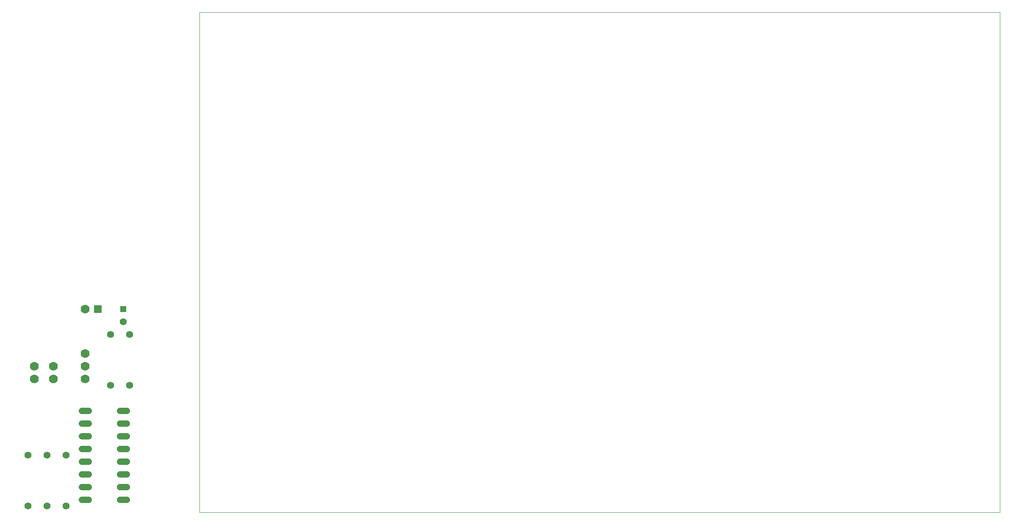
<source format=gtl>
G75*
%MOIN*%
%OFA0B0*%
%FSLAX25Y25*%
%IPPOS*%
%LPD*%
%AMOC8*
5,1,8,0,0,1.08239X$1,22.5*
%
%ADD10C,0.00000*%
%ADD11C,0.07000*%
%ADD12R,0.06300X0.06300*%
%ADD13C,0.05543*%
%ADD14R,0.04756X0.04756*%
%ADD15C,0.05150*%
D10*
X0142868Y0001000D02*
X0142868Y0394701D01*
X0772789Y0394701D01*
X0772789Y0001000D01*
X0142868Y0001000D01*
D11*
X0052868Y0106000D03*
X0052868Y0116000D03*
X0052868Y0126000D03*
X0027868Y0116000D03*
X0012868Y0116000D03*
X0012868Y0106000D03*
X0027868Y0106000D03*
X0052868Y0161000D03*
D12*
X0062868Y0161000D03*
D13*
X0007868Y0006000D03*
X0022868Y0006000D03*
X0037868Y0006000D03*
X0037868Y0046000D03*
X0022868Y0046000D03*
X0007868Y0046000D03*
X0072868Y0101000D03*
X0087868Y0101000D03*
X0087868Y0141000D03*
X0072868Y0141000D03*
X0082868Y0151000D03*
D14*
X0082868Y0161000D03*
D15*
X0080293Y0081000D02*
X0085443Y0081000D01*
X0085443Y0071000D02*
X0080293Y0071000D01*
X0080293Y0061000D02*
X0085443Y0061000D01*
X0085443Y0051000D02*
X0080293Y0051000D01*
X0080293Y0041000D02*
X0085443Y0041000D01*
X0085443Y0031000D02*
X0080293Y0031000D01*
X0080293Y0021000D02*
X0085443Y0021000D01*
X0085443Y0011000D02*
X0080293Y0011000D01*
X0055443Y0011000D02*
X0050293Y0011000D01*
X0050293Y0021000D02*
X0055443Y0021000D01*
X0055443Y0031000D02*
X0050293Y0031000D01*
X0050293Y0041000D02*
X0055443Y0041000D01*
X0055443Y0051000D02*
X0050293Y0051000D01*
X0050293Y0061000D02*
X0055443Y0061000D01*
X0055443Y0071000D02*
X0050293Y0071000D01*
X0050293Y0081000D02*
X0055443Y0081000D01*
M02*

</source>
